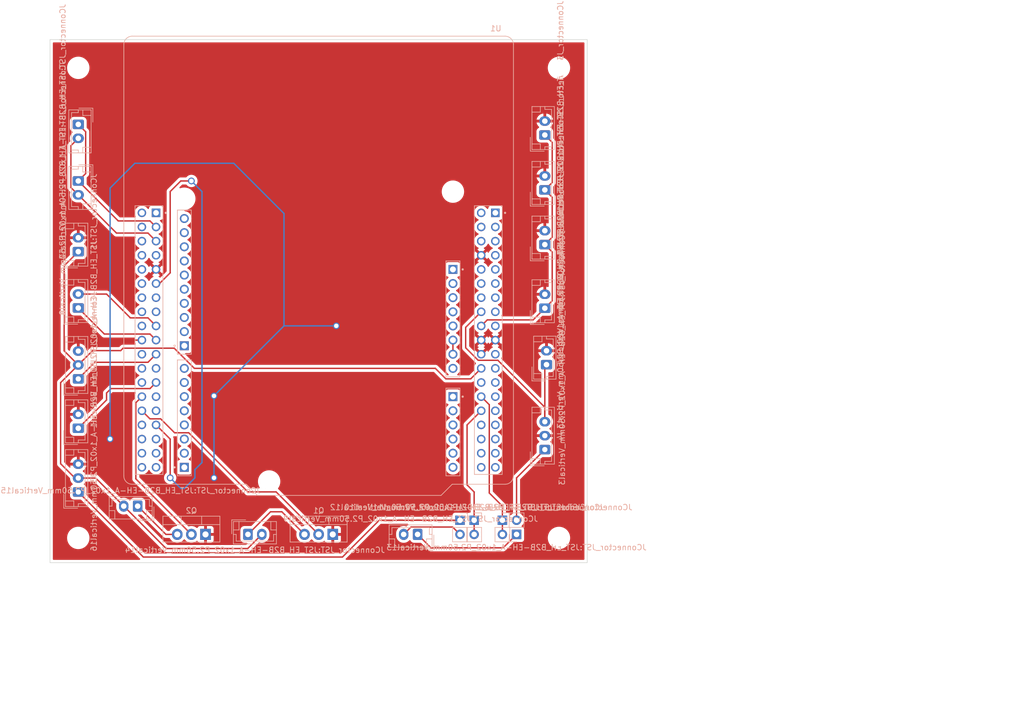
<source format=kicad_pcb>
(kicad_pcb (version 20211014) (generator pcbnew)
  (layers (0 "F.Cu" signal) (31 "B.Cu" signal) (34 "B.Paste" user) (35 "F.Paste" user) (36 "B.SilkS" user "B.Silkscreen") (37 "F.SilkS" user "F.Silkscreen") (38 "B.Mask" user) (39 "F.Mask" user) (44 "Edge.Cuts" user))
  (net 0 "")
  (net 9 "GND")
  (net 14 "+3V3")
  (net 16 "+5V")
  (net 41 "RX_Ecran")
  (net 42 "TX_Ecran")
  (net 46 "interrupt_acc")
  (net 55 "+9V")
  (net 79 "PWM_Carré_de_fouille")
  (net 80 "Replique")
  (net 81 "Ohmmetre")
  (net 83 "Net-(U1-PadCN10_11)")
  (net 84 "SCL")
  (net 85 "SDA")
  (net 86 "TX_Bras")
  (net 87 "RX_Bras")
  (net 88 "Replique{slash}Bras_RX")
  (net 89 "TX_Bras{slash}Ohmmetre")
  (net 91 "Net-(JConnector_JST:JST_EH_B2B-EH-A_1x02_P2.50mm_Vertical14-Pad1)")
  (net 92 "Net-(JConnector_JST:JST_EH_B2B-EH-A_1x02_P2.50mm_Vertical15-Pad1)")
  (net 93 "Pompe")
  (net 94 "Electrovanne")
  (net 98 "Net-(U1-PadCN6_6)")
  (footprint "" (layer "F.Cu") (at 78.74 142.875)
    (fp_text reference "" (at 0 0) (layer "F.SilkS") (effects (font (size 1.27 1.27))))
    (fp_text value "" (at 0 0) (layer "F.SilkS") (effects (font (size 1.27 1.27))))
    (pad "" np_thru_hole circle locked (at 0 0) (size 3 3) (drill 3) (layers *.Cu *.Mask))
  )
  (footprint "" (layer "F.Cu") (at 165.1 142.875)
    (fp_text reference "" (at 0 0) (layer "F.SilkS") (effects (font (size 1.27 1.27))))
    (fp_text value "" (at 0 0) (layer "F.SilkS") (effects (font (size 1.27 1.27))))
    (pad "" np_thru_hole circle locked (at 0 0) (size 3 3) (drill 3) (layers *.Cu *.Mask))
  )
  (footprint "" (layer "F.Cu") (at 78.74 58.42)
    (fp_text reference "" (at 0 0) (layer "F.SilkS") (effects (font (size 1.27 1.27))))
    (fp_text value "" (at 0 0) (layer "F.SilkS") (effects (font (size 1.27 1.27))))
    (pad "" np_thru_hole circle locked (at 0 0) (size 3 3) (drill 3) (layers *.Cu *.Mask))
  )
  (footprint "" (layer "F.Cu") (at 165.1 58.42)
    (fp_text reference "" (at 0 0) (layer "F.SilkS") (effects (font (size 1.27 1.27))))
    (fp_text value "" (at 0 0) (layer "F.SilkS") (effects (font (size 1.27 1.27))))
    (pad "" np_thru_hole circle locked (at 0 0) (size 3 3) (drill 3) (layers *.Cu *.Mask))
  )
  (footprint "Connector_JST:JST_EH_B2B-EH-A_1x02_P2.50mm_Vertical" (layer "B.Cu") (at 78.74 101.56 90)
    (fp_text reference "JConnector_JST:JST_EH_B2B-EH-A_1x02_P2.50mm_Vertical1" (at 1.25 2.8 90) (layer "B.SilkS") (effects (justify mirror)))
    (fp_text value "Conn_01x02_Male")
    (pad "1" thru_hole roundrect (at 0 0 90) (size 1.7 2) (drill 1) (layers *.Cu *.Mask) (roundrect_rratio 0.1470588235) (net 41 "RX_Ecran"))
    (pad "2" thru_hole oval (at 2.5 0 90) (size 1.7 2) (drill 1) (layers *.Cu *.Mask) (net 42 "TX_Ecran"))
  )
  (footprint "Connector_JST:JST_EH_B2B-EH-A_1x02_P2.50mm_Vertical" (layer "B.Cu") (at 78.74 123.17 90)
    (fp_text reference "JConnector_JST:JST_EH_B2B-EH-A_1x02_P2.50mm_Vertical16" (at 1.25 2.8 90) (layer "B.SilkS") (effects (justify mirror)))
    (fp_text value "Conn_01x02_Male")
    (pad "1" thru_hole roundrect (at 0 0 90) (size 1.7 2) (drill 1) (layers *.Cu *.Mask) (roundrect_rratio 0.1470588235) (net 46 "interrupt_acc"))
    (pad "2" thru_hole oval (at 2.5 0 90) (size 1.7 2) (drill 1) (layers *.Cu *.Mask) (net 9 "GND"))
  )
  (footprint "Connector_JST:JST_EH_B2B-EH-A_1x02_P2.50mm_Vertical" (layer "B.Cu") (at 78.74 68.58 -90)
    (fp_text reference "JConnector_JST:JST_EH_B2B-EH-A_1x02_P2.50mm_Vertical7" (at 1.25 2.8 90) (layer "B.SilkS") (effects (justify mirror)))
    (fp_text value "Conn_01x02_Male")
    (pad "1" thru_hole roundrect (at 0 0 270) (size 1.7 2) (drill 1) (layers *.Cu *.Mask) (roundrect_rratio 0.1470588235) (net 84 "SCL"))
    (pad "2" thru_hole oval (at 2.5 0 270) (size 1.7 2) (drill 1) (layers *.Cu *.Mask) (net 85 "SDA"))
  )
  (footprint "Package_TO_SOT_THT:TO-220-3_Vertical" (layer "B.Cu") (at 101.6 142.24 180)
    (fp_text reference "Q2" (at 2.54 4.27) (layer "B.SilkS") (effects (justify mirror)))
    (fp_text value "2N7000")
    (pad "1" thru_hole rect (at 0 0 180) (size 1.905 2) (drill 1.1) (layers *.Cu *.Mask) (net 9 "GND"))
    (pad "2" thru_hole oval (at 2.54 0 180) (size 1.905 2) (drill 1.1) (layers *.Cu *.Mask) (net 94 "Electrovanne"))
    (pad "3" thru_hole oval (at 5.08 0 180) (size 1.905 2) (drill 1.1) (layers *.Cu *.Mask) (net 92 "Net-(JConnector_JST:JST_EH_B2B-EH-A_1x02_P2.50mm_Vertical15-Pad1)"))
  )
  (footprint "Connector_JST:JST_EH_B2B-EH-A_1x02_P2.50mm_Vertical" (layer "B.Cu") (at 162.56 90.17 90)
    (fp_text reference "JConnector_JST:JST_EH_B2B-EH-A_1x02_P2.50mm_Vertical4" (at 1.25 2.8 90) (layer "B.SilkS") (effects (justify mirror)))
    (fp_text value "Conn_01x02_Male")
    (pad "1" thru_hole roundrect (at 0 0 90) (size 1.7 2) (drill 1) (layers *.Cu *.Mask) (roundrect_rratio 0.1470588235) (net 16 "+5V"))
    (pad "2" thru_hole oval (at 2.5 0 90) (size 1.7 2) (drill 1) (layers *.Cu *.Mask) (net 9 "GND"))
  )
  (footprint "Connector_JST:JST_EH_B3B-EH-A_1x03_P2.50mm_Vertical" (layer "B.Cu") (at 162.56 127 90)
    (fp_text reference "J4" (at 2.5 2.8 90) (layer "B.SilkS") (effects (justify mirror)))
    (fp_text value "Conn_01x03_Male")
    (pad "1" thru_hole roundrect (at 0 0 90) (size 1.7 1.95) (drill 0.95) (layers *.Cu *.Mask) (roundrect_rratio 0.1470588235) (net 81 "Ohmmetre"))
    (pad "2" thru_hole oval (at 2.5 0 90) (size 1.7 1.95) (drill 0.95) (layers *.Cu *.Mask) (net 9 "GND"))
    (pad "3" thru_hole oval (at 5 0 90) (size 1.7 1.95) (drill 0.95) (layers *.Cu *.Mask) (net 14 "+3V3"))
  )
  (footprint "Connector_PinHeader_2.54mm:PinHeader_1x02_P2.54mm_Vertical" (layer "B.Cu") (at 149.86 139.7 180)
    (fp_text reference "JConnector_JST:JST_EH_B2B-EH-A_1x02_P2.50mm_Vertical10" (at 0 2.33) (layer "B.SilkS") (effects (justify mirror)))
    (fp_text value "Conn_01x02_Male")
    (pad "1" thru_hole rect (at 0 0 180) (size 1.7 1.7) (drill 1) (layers *.Cu *.Mask) (net 88 "Replique{slash}Bras_RX"))
    (pad "2" thru_hole oval (at 0 -2.54 180) (size 1.7 1.7) (drill 1) (layers *.Cu *.Mask) (net 88 "Replique{slash}Bras_RX"))
  )
  (footprint "Connector_JST:JST_EH_B3B-EH-A_1x03_P2.50mm_Vertical" (layer "B.Cu") (at 78.74 114.3 90)
    (fp_text reference "J2" (at 2.5 2.8 90) (layer "B.SilkS") (effects (justify mirror)))
    (fp_text value "Conn_01x03_Male")
    (pad "1" thru_hole roundrect (at 0 0 90) (size 1.7 1.95) (drill 0.95) (layers *.Cu *.Mask) (roundrect_rratio 0.1470588235) (net 79 "PWM_Carré_de_fouille"))
    (pad "2" thru_hole oval (at 2.5 0 90) (size 1.7 1.95) (drill 0.95) (layers *.Cu *.Mask) (net 55 "+9V"))
    (pad "3" thru_hole oval (at 5 0 90) (size 1.7 1.95) (drill 0.95) (layers *.Cu *.Mask) (net 9 "GND"))
  )
  (footprint "F466RE:MODULE_NUCLEO-F446RE" (layer "B.Cu") (at 121.92 93.98 180)
    (fp_text reference "U1" (at -31.825 42.635) (layer "B.SilkS") (effects (justify mirror)))
    (fp_text value "NUCLEO-F446RE")
    (pad "" np_thru_hole circle locked (at -24.13 13.32 180) (size 3 3) (drill 3) (layers *.Cu *.Mask))
    (pad "" np_thru_hole circle locked (at 8.89 -38.75 180) (size 3 3) (drill 3) (layers *.Cu *.Mask))
    (pad "" np_thru_hole circle locked (at 24.13 12.05 180) (size 3 3) (drill 3) (layers *.Cu *.Mask))
    (pad "CN5_1" thru_hole rect locked (at 24.13 -14.37 180) (size 1.605 1.605) (drill 1.07) (layers *.Cu *.Mask))
    (pad "CN5_2" thru_hole circle locked (at 24.13 -11.83 180) (size 1.605 1.605) (drill 1.07) (layers *.Cu *.Mask))
    (pad "CN5_3" thru_hole circle locked (at 24.13 -9.29 180) (size 1.605 1.605) (drill 1.07) (layers *.Cu *.Mask))
    (pad "CN5_4" thru_hole circle locked (at 24.13 -6.75 180) (size 1.605 1.605) (drill 1.07) (layers *.Cu *.Mask))
    (pad "CN5_5" thru_hole circle locked (at 24.13 -4.21 180) (size 1.605 1.605) (drill 1.07) (layers *.Cu *.Mask))
    (pad "CN5_6" thru_hole circle locked (at 24.13 -1.67 180) (size 1.605 1.605) (drill 1.07) (layers *.Cu *.Mask))
    (pad "CN5_7" thru_hole circle locked (at 24.13 0.87 180) (size 1.605 1.605) (drill 1.07) (layers *.Cu *.Mask))
    (pad "CN5_8" thru_hole circle locked (at 24.13 3.41 180) (size 1.605 1.605) (drill 1.07) (layers *.Cu *.Mask))
    (pad "CN5_9" thru_hole circle locked (at 24.13 5.95 180) (size 1.605 1.605) (drill 1.07) (layers *.Cu *.Mask))
    (pad "CN5_10" thru_hole circle locked (at 24.13 8.49 180) (size 1.605 1.605) (drill 1.07) (layers *.Cu *.Mask))
    (pad "CN6_1" thru_hole rect locked (at -24.13 -0.65 180) (size 1.605 1.605) (drill 1.07) (layers *.Cu *.Mask))
    (pad "CN6_2" thru_hole circle locked (at -24.13 -3.19 180) (size 1.605 1.605) (drill 1.07) (layers *.Cu *.Mask))
    (pad "CN6_3" thru_hole circle locked (at -24.13 -5.73 180) (size 1.605 1.605) (drill 1.07) (layers *.Cu *.Mask))
    (pad "CN6_4" thru_hole circle locked (at -24.13 -8.27 180) (size 1.605 1.605) (drill 1.07) (layers *.Cu *.Mask))
    (pad "CN6_5" thru_hole circle locked (at -24.13 -10.81 180) (size 1.605 1.605) (drill 1.07) (layers *.Cu *.Mask))
    (pad "CN6_6" thru_hole circle locked (at -24.13 -13.35 180) (size 1.605 1.605) (drill 1.07) (layers *.Cu *.Mask) (net 98 "Net-(U1-PadCN6_6)"))
    (pad "CN6_7" thru_hole circle locked (at -24.13 -15.89 180) (size 1.605 1.605) (drill 1.07) (layers *.Cu *.Mask) (net 98 "Net-(U1-PadCN6_6)"))
    (pad "CN6_8" thru_hole circle locked (at -24.13 -18.43 180) (size 1.605 1.605) (drill 1.07) (layers *.Cu *.Mask))
    (pad "CN7_1" thru_hole rect locked (at -31.75 9.51 180) (size 1.53 1.53) (drill 1.02) (layers *.Cu *.Mask))
    (pad "CN7_2" thru_hole circle locked (at -29.21 9.51 180) (size 1.53 1.53) (drill 1.02) (layers *.Cu *.Mask))
    (pad "CN7_3" thru_hole circle locked (at -31.75 6.97 180) (size 1.53 1.53) (drill 1.02) (layers *.Cu *.Mask))
    (pad "CN7_4" thru_hole circle locked (at -29.21 6.97 180) (size 1.53 1.53) (drill 1.02) (layers *.Cu *.Mask))
    (pad "CN7_5" thru_hole circle locked (at -31.75 4.43 180) (size 1.53 1.53) (drill 1.02) (layers *.Cu *.Mask))
    (pad "CN7_6" thru_hole circle locked (at -29.21 4.43 180) (size 1.53 1.53) (drill 1.02) (layers *.Cu *.Mask))
    (pad "CN7_7" thru_hole circle locked (at -31.75 1.89 180) (size 1.53 1.53) (drill 1.02) (layers *.Cu *.Mask))
    (pad "CN7_8" thru_hole circle locked (at -29.21 1.89 180) (size 1.53 1.53) (drill 1.02) (layers *.Cu *.Mask) (net 9 "GND"))
    (pad "CN7_9" thru_hole circle locked (at -31.75 -0.65 180) (size 1.53 1.53) (drill 1.02) (layers *.Cu *.Mask))
    (pad "CN7_10" thru_hole circle locked (at -29.21 -0.65 180) (size 1.53 1.53) (drill 1.02) (layers *.Cu *.Mask))
    (pad "CN7_11" thru_hole circle locked (at -31.75 -3.19 180) (size 1.53 1.53) (drill 1.02) (layers *.Cu *.Mask))
    (pad "CN7_12" thru_hole circle locked (at -29.21 -3.19 180) (size 1.53 1.53) (drill 1.02) (layers *.Cu *.Mask))
    (pad "CN7_13" thru_hole circle locked (at -31.75 -5.73 180) (size 1.53 1.53) (drill 1.02) (layers *.Cu *.Mask))
    (pad "CN7_14" thru_hole circle locked (at -29.21 -5.73 180) (size 1.53 1.53) (drill 1.02) (layers *.Cu *.Mask))
    (pad "CN7_15" thru_hole circle locked (at -31.75 -8.27 180) (size 1.53 1.53) (drill 1.02) (layers *.Cu *.Mask))
    (pad "CN7_16" thru_hole circle locked (at -29.21 -8.27 180) (size 1.53 1.53) (drill 1.02) (layers *.Cu *.Mask) (net 14 "+3V3"))
    (pad "CN7_17" thru_hole circle locked (at -31.75 -10.81 180) (size 1.53 1.53) (drill 1.02) (layers *.Cu *.Mask))
    (pad "CN7_18" thru_hole circle locked (at -29.21 -10.81 180) (size 1.53 1.53) (drill 1.02) (layers *.Cu *.Mask) (net 16 "+5V"))
    (pad "CN7_19" thru_hole circle locked (at -31.75 -13.35 180) (size 1.53 1.53) (drill 1.02) (layers *.Cu *.Mask) (net 9 "GND"))
    (pad "CN7_20" thru_hole circle locked (at -29.21 -13.35 180) (size 1.53 1.53) (drill 1.02) (layers *.Cu *.Mask) (net 9 "GND"))
    (pad "CN7_21" thru_hole circle locked (at -31.75 -15.89 180) (size 1.53 1.53) (drill 1.02) (layers *.Cu *.Mask))
    (pad "CN7_22" thru_hole circle locked (at -29.21 -15.89 180) (size 1.53 1.53) (drill 1.02) (layers *.Cu *.Mask) (net 9 "GND"))
    (pad "CN7_23" thru_hole circle locked (at -31.75 -18.43 180) (size 1.53 1.53) (drill 1.02) (layers *.Cu *.Mask))
    (pad "CN7_24" thru_hole circle locked (at -29.21 -18.43 180) (size 1.53 1.53) (drill 1.02) (layers *.Cu *.Mask) (net 55 "+9V"))
    (pad "CN7_25" thru_hole circle locked (at -31.75 -20.97 180) (size 1.53 1.53) (drill 1.02) (layers *.Cu *.Mask))
    (pad "CN7_26" thru_hole circle locked (at -29.21 -20.97 180) (size 1.53 1.53) (drill 1.02) (layers *.Cu *.Mask))
    (pad "CN7_27" thru_hole circle locked (at -31.75 -23.51 180) (size 1.53 1.53) (drill 1.02) (layers *.Cu *.Mask))
    (pad "CN7_28" thru_hole circle locked (at -29.21 -23.51 180) (size 1.53 1.53) (drill 1.02) (layers *.Cu *.Mask) (net 89 "TX_Bras{slash}Ohmmetre"))
    (pad "CN7_29" thru_hole circle locked (at -31.75 -26.05 180) (size 1.53 1.53) (drill 1.02) (layers *.Cu *.Mask))
    (pad "CN7_30" thru_hole circle locked (at -29.21 -26.05 180) (size 1.53 1.53) (drill 1.02) (layers *.Cu *.Mask) (net 88 "Replique{slash}Bras_RX"))
    (pad "CN7_31" thru_hole circle locked (at -31.75 -28.59 180) (size 1.53 1.53) (drill 1.02) (layers *.Cu *.Mask))
    (pad "CN7_32" thru_hole circle locked (at -29.21 -28.59 180) (size 1.53 1.53) (drill 1.02) (layers *.Cu *.Mask))
    (pad "CN7_33" thru_hole circle locked (at -31.75 -31.13 180) (size 1.53 1.53) (drill 1.02) (layers *.Cu *.Mask))
    (pad "CN7_34" thru_hole circle locked (at -29.21 -31.13 180) (size 1.53 1.53) (drill 1.02) (layers *.Cu *.Mask))
    (pad "CN7_35" thru_hole circle locked (at -31.75 -33.67 180) (size 1.53 1.53) (drill 1.02) (layers *.Cu *.Mask))
    (pad "CN7_36" thru_hole circle locked (at -29.21 -33.67 180) (size 1.53 1.53) (drill 1.02) (layers *.Cu *.Mask))
    (pad "CN7_37" thru_hole circle locked (at -31.75 -36.21 180) (size 1.53 1.53) (drill 1.02) (layers *.Cu *.Mask))
    (pad "CN7_38" thru_hole circle locked (at -29.21 -36.21 180) (size 1.53 1.53) (drill 1.02) (layers *.Cu *.Mask))
    (pad "CN8_1" thru_hole rect locked (at -24.13 -23.51 180) (size 1.605 1.605) (drill 1.07) (layers *.Cu *.Mask))
    (pad "CN8_2" thru_hole circle locked (at -24.13 -26.05 180) (size 1.605 1.605) (drill 1.07) (layers *.Cu *.Mask))
    (pad "CN8_3" thru_hole circle locked (at -24.13 -28.59 180) (size 1.605 1.605) (drill 1.07) (layers *.Cu *.Mask))
    (pad "CN8_4" thru_hole circle locked (at -24.13 -31.13 180) (size 1.605 1.605) (drill 1.07) (layers *.Cu *.Mask))
    (pad "CN8_5" thru_hole circle locked (at -24.13 -33.67 180) (size 1.605 1.605) (drill 1.07) (layers *.Cu *.Mask))
    (pad "CN8_6" thru_hole circle locked (at -24.13 -36.21 180) (size 1.605 1.605) (drill 1.07) (layers *.Cu *.Mask))
    (pad "CN9_1" thru_hole rect locked (at 24.13 -36.21 180) (size 1.605 1.605) (drill 1.07) (layers *.Cu *.Mask))
    (pad "CN9_2" thru_hole circle locked (at 24.13 -33.67 180) (size 1.605 1.605) (drill 1.07) (layers *.Cu *.Mask))
    (pad "CN9_3" thru_hole circle locked (at 24.13 -31.13 180) (size 1.605 1.605) (drill 1.07) (layers *.Cu *.Mask))
    (pad "CN9_4" thru_hole circle locked (at 24.13 -28.59 180) (size 1.605 1.605) (drill 1.07) (layers *.Cu *.Mask))
    (pad "CN9_5" thru_hole circle locked (at 24.13 -26.05 180) (size 1.605 1.605) (drill 1.07) (layers *.Cu *.Mask))
    (pad "CN9_6" thru_hole circle locked (at 24.13 -23.51 180) (size 1.605 1.605) (drill 1.07) (layers *.Cu *.Mask))
    (pad "CN9_7" thru_hole circle locked (at 24.13 -20.97 180) (size 1.605 1.605) (drill 1.07) (layers *.Cu *.Mask))
    (pad "CN9_8" thru_hole circle locked (at 24.13 -18.43 180) (size 1.605 1.605) (drill 1.07) (layers *.Cu *.Mask))
    (pad "CN10_1" thru_hole rect locked (at 29.21 9.51 180) (size 1.53 1.53) (drill 1.02) (layers *.Cu *.Mask))
    (pad "CN10_2" thru_hole circle locked (at 31.75 9.51 180) (size 1.53 1.53) (drill 1.02) (layers *.Cu *.Mask))
    (pad "CN10_3" thru_hole circle locked (at 29.21 6.97 180) (size 1.53 1.53) (drill 1.02) (layers *.Cu *.Mask) (net 84 "SCL"))
    (pad "CN10_4" thru_hole circle locked (at 31.75 6.97 180) (size 1.53 1.53) (drill 1.02) (layers *.Cu *.Mask))
    (pad "CN10_5" thru_hole circle locked (at 29.21 4.43 180) (size 1.53 1.53) (drill 1.02) (layers *.Cu *.Mask) (net 85 "SDA"))
    (pad "CN10_6" thru_hole circle locked (at 31.75 4.43 180) (size 1.53 1.53) (drill 1.02) (layers *.Cu *.Mask))
    (pad "CN10_7" thru_hole circle locked (at 29.21 1.89 180) (size 1.53 1.53) (drill 1.02) (layers *.Cu *.Mask))
    (pad "CN10_8" thru_hole circle locked (at 31.75 1.89 180) (size 1.53 1.53) (drill 1.02) (layers *.Cu *.Mask))
    (pad "CN10_9" thru_hole circle locked (at 29.21 -0.65 180) (size 1.53 1.53) (drill 1.02) (layers *.Cu *.Mask) (net 9 "GND"))
    (pad "CN10_10" thru_hole circle locked (at 31.75 -0.65 180) (size 1.53 1.53) (drill 1.02) (layers *.Cu *.Mask))
    (pad "CN10_11" thru_hole circle locked (at 29.21 -3.19 180) (size 1.53 1.53) (drill 1.02) (layers *.Cu *.Mask) (net 83 "Net-(U1-PadCN10_11)"))
    (pad "CN10_12" thru_hole circle locked (at 31.75 -3.19 180) (size 1.53 1.53) (drill 1.02) (layers *.Cu *.Mask))
    (pad "CN10_13" thru_hole circle locked (at 29.21 -5.73 180) (size 1.53 1.53) (drill 1.02) (layers *.Cu *.Mask))
    (pad "CN10_14" thru_hole circle locked (at 31.75 -5.73 180) (size 1.53 1.53) (drill 1.02) (layers *.Cu *.Mask))
    (pad "CN10_15" thru_hole circle locked (at 29.21 -8.27 180) (size 1.53 1.53) (drill 1.02) (layers *.Cu *.Mask))
    (pad "CN10_16" thru_hole circle locked (at 31.75 -8.27 180) (size 1.53 1.53) (drill 1.02) (layers *.Cu *.Mask))
    (pad "CN10_17" thru_hole circle locked (at 29.21 -10.81 180) (size 1.53 1.53) (drill 1.02) (layers *.Cu *.Mask) (net 42 "TX_Ecran"))
    (pad "CN10_18" thru_hole circle locked (at 31.75 -10.81 180) (size 1.53 1.53) (drill 1.02) (layers *.Cu *.Mask))
    (pad "CN10_19" thru_hole circle locked (at 29.21 -13.35 180) (size 1.53 1.53) (drill 1.02) (layers *.Cu *.Mask) (net 41 "RX_Ecran"))
    (pad "CN10_20" thru_hole circle locked (at 31.75 -13.35 180) (size 1.53 1.53) (drill 1.02) (layers *.Cu *.Mask) (net 9 "GND"))
    (pad "CN10_21" thru_hole circle locked (at 29.21 -15.89 180) (size 1.53 1.53) (drill 1.02) (layers *.Cu *.Mask) (net 79 "PWM_Carré_de_fouille"))
    (pad "CN10_22" thru_hole circle locked (at 31.75 -15.89 180) (size 1.53 1.53) (drill 1.02) (layers *.Cu *.Mask))
    (pad "CN10_23" thru_hole circle locked (at 29.21 -18.43 180) (size 1.53 1.53) (drill 1.02) (layers *.Cu *.Mask))
    (pad "CN10_24" thru_hole circle locked (at 31.75 -18.43 180) (size 1.53 1.53) (drill 1.02) (layers *.Cu *.Mask))
    (pad "CN10_25" thru_hole circle locked (at 29.21 -20.97 180) (size 1.53 1.53) (drill 1.02) (layers *.Cu *.Mask) (net 46 "interrupt_acc"))
    (pad "CN10_26" thru_hole circle locked (at 31.75 -20.97 180) (size 1.53 1.53) (drill 1.02) (layers *.Cu *.Mask))
    (pad "CN10_27" thru_hole circle locked (at 29.21 -23.51 180) (size 1.53 1.53) (drill 1.02) (layers *.Cu *.Mask))
    (pad "CN10_28" thru_hole circle locked (at 31.75 -23.51 180) (size 1.53 1.53) (drill 1.02) (layers *.Cu *.Mask) (net 94 "Electrovanne"))
    (pad "CN10_29" thru_hole circle locked (at 29.21 -26.05 180) (size 1.53 1.53) (drill 1.02) (layers *.Cu *.Mask))
    (pad "CN10_30" thru_hole circle locked (at 31.75 -26.05 180) (size 1.53 1.53) (drill 1.02) (layers *.Cu *.Mask) (net 93 "Pompe"))
    (pad "CN10_31" thru_hole circle locked (at 29.21 -28.59 180) (size 1.53 1.53) (drill 1.02) (layers *.Cu *.Mask) (net 83 "Net-(U1-PadCN10_11)"))
    (pad "CN10_32" thru_hole circle locked (at 31.75 -28.59 180) (size 1.53 1.53) (drill 1.02) (layers *.Cu *.Mask))
    (pad "CN10_33" thru_hole circle locked (at 29.21 -31.13 180) (size 1.53 1.53) (drill 1.02) (layers *.Cu *.Mask))
    (pad "CN10_34" thru_hole circle locked (at 31.75 -31.13 180) (size 1.53 1.53) (drill 1.02) (layers *.Cu *.Mask))
    (pad "CN10_35" thru_hole circle locked (at 29.21 -33.67 180) (size 1.53 1.53) (drill 1.02) (layers *.Cu *.Mask))
    (pad "CN10_36" thru_hole circle locked (at 31.75 -33.67 180) (size 1.53 1.53) (drill 1.02) (layers *.Cu *.Mask))
    (pad "CN10_37" thru_hole circle locked (at 29.21 -36.21 180) (size 1.53 1.53) (drill 1.02) (layers *.Cu *.Mask))
    (pad "CN10_38" thru_hole circle locked (at 31.75 -36.21 180) (size 1.53 1.53) (drill 1.02) (layers *.Cu *.Mask))
  )
  (footprint "Connector_JST:JST_EH_B2B-EH-A_1x02_P2.50mm_Vertical" (layer "B.Cu") (at 162.56 101.6 90)
    (fp_text reference "JConnector_JST:JST_EH_B2B-EH-A_1x02_P2.50mm_Vertical3" (at 1.25 2.8 90) (layer "B.SilkS") (effects (justify mirror)))
    (fp_text value "Conn_01x02_Male")
    (pad "1" thru_hole roundrect (at 0 0 90) (size 1.7 2) (drill 1) (layers *.Cu *.Mask) (roundrect_rratio 0.1470588235) (net 16 "+5V"))
    (pad "2" thru_hole oval (at 2.5 0 90) (size 1.7 2) (drill 1) (layers *.Cu *.Mask) (net 9 "GND"))
  )
  (footprint "Connector_JST:JST_EH_B2B-EH-A_1x02_P2.50mm_Vertical" (layer "B.Cu") (at 162.56 80.345 90)
    (fp_text reference "JConnector_JST:JST_EH_B2B-EH-A_1x02_P2.50mm_Vertical6" (at 1.25 2.8 90) (layer "B.SilkS") (effects (justify mirror)))
    (fp_text value "Conn_01x02_Male")
    (pad "1" thru_hole roundrect (at 0 0 90) (size 1.7 2) (drill 1) (layers *.Cu *.Mask) (roundrect_rratio 0.1470588235) (net 16 "+5V"))
    (pad "2" thru_hole oval (at 2.5 0 90) (size 1.7 2) (drill 1) (layers *.Cu *.Mask) (net 9 "GND"))
  )
  (footprint "Connector_JST:JST_EH_B2B-EH-A_1x02_P2.50mm_Vertical" (layer "B.Cu") (at 162.86 111.74 90)
    (fp_text reference "JConnector_JST:JST_EH_B2B-EH-A_1x02_P2.50mm_Vertical3" (at 1.25 2.8 90) (layer "B.SilkS") (effects (justify mirror)))
    (fp_text value "Conn_01x02_Male")
    (pad "1" thru_hole roundrect (at 0 0 90) (size 1.7 2) (drill 1) (layers *.Cu *.Mask) (roundrect_rratio 0.1470588235) (net 14 "+3V3"))
    (pad "2" thru_hole oval (at 2.5 0 90) (size 1.7 2) (drill 1) (layers *.Cu *.Mask) (net 9 "GND"))
  )
  (footprint "Connector_JST:JST_EH_B2B-EH-A_1x02_P2.50mm_Vertical" (layer "B.Cu") (at 139.7 142.24 180)
    (fp_text reference "JConnector_JST:JST_EH_B2B-EH-A_1x02_P2.50mm_Vertical9" (at 1.25 2.8) (layer "B.SilkS") (effects (justify mirror)))
    (fp_text value "Conn_01x02_Male")
    (pad "1" thru_hole roundrect (at 0 0 180) (size 1.7 2) (drill 1) (layers *.Cu *.Mask) (roundrect_rratio 0.1470588235) (net 86 "TX_Bras"))
    (pad "2" thru_hole oval (at 2.5 0 180) (size 1.7 2) (drill 1) (layers *.Cu *.Mask) (net 87 "RX_Bras"))
  )
  (footprint "Connector_PinHeader_2.54mm:PinHeader_1x02_P2.54mm_Vertical" (layer "B.Cu") (at 154.94 139.7 180)
    (fp_text reference "JConnector_JST:JST_EH_B2B-EH-A_1x02_P2.50mm_Vertical11" (at 0 2.33) (layer "B.SilkS") (effects (justify mirror)))
    (fp_text value "Conn_01x02_Male")
    (pad "1" thru_hole rect (at 0 0 180) (size 1.7 1.7) (drill 1) (layers *.Cu *.Mask) (net 89 "TX_Bras{slash}Ohmmetre"))
    (pad "2" thru_hole oval (at 0 -2.54 180) (size 1.7 1.7) (drill 1) (layers *.Cu *.Mask) (net 89 "TX_Bras{slash}Ohmmetre"))
  )
  (footprint "Connector_JST:JST_EH_B2B-EH-A_1x02_P2.50mm_Vertical" (layer "B.Cu") (at 89.408 137.16 180)
    (fp_text reference "JConnector_JST:JST_EH_B2B-EH-A_1x02_P2.50mm_Vertical15" (at 1.25 2.8) (layer "B.SilkS") (effects (justify mirror)))
    (fp_text value "Conn_01x02_Male")
    (pad "1" thru_hole roundrect (at 0 0 180) (size 1.7 2) (drill 1) (layers *.Cu *.Mask) (roundrect_rratio 0.1470588235) (net 92 "Net-(JConnector_JST:JST_EH_B2B-EH-A_1x02_P2.50mm_Vertical15-Pad1)"))
    (pad "2" thru_hole oval (at 2.5 0 180) (size 1.7 2) (drill 1) (layers *.Cu *.Mask) (net 55 "+9V"))
  )
  (footprint "Connector_PinHeader_2.54mm:PinHeader_1x02_P2.54mm_Vertical" (layer "B.Cu") (at 157.48 142.24)
    (fp_text reference "JConnector_JST:JST_EH_B2B-EH-A_1x02_P2.50mm_Vertical13" (at 0 2.33) (layer "B.SilkS") (effects (justify mirror)))
    (fp_text value "Conn_01x02_Male")
    (pad "1" thru_hole rect (at 0 0) (size 1.7 1.7) (drill 1) (layers *.Cu *.Mask) (net 86 "TX_Bras"))
    (pad "2" thru_hole oval (at 0 -2.54) (size 1.7 1.7) (drill 1) (layers *.Cu *.Mask) (net 81 "Ohmmetre"))
  )
  (footprint "Connector_JST:JST_EH_B2B-EH-A_1x02_P2.50mm_Vertical" (layer "B.Cu") (at 162.56 70.485 90)
    (fp_text reference "JConnector_JST:JST_EH_B2B-EH-A_1x02_P2.50mm_Vertical5" (at 1.25 2.8 90) (layer "B.SilkS") (effects (justify mirror)))
    (fp_text value "Conn_01x02_Male")
    (pad "1" thru_hole roundrect (at 0 0 90) (size 1.7 2) (drill 1) (layers *.Cu *.Mask) (roundrect_rratio 0.1470588235) (net 16 "+5V"))
    (pad "2" thru_hole oval (at 2.5 0 90) (size 1.7 2) (drill 1) (layers *.Cu *.Mask) (net 9 "GND"))
  )
  (footprint "Connector_PinHeader_2.54mm:PinHeader_1x02_P2.54mm_Vertical" (layer "B.Cu") (at 147.32 139.7 180)
    (fp_text reference "JConnector_JST:JST_EH_B2B-EH-A_1x02_P2.50mm_Vertical12" (at 0 2.33) (layer "B.SilkS") (effects (justify mirror)))
    (fp_text value "Conn_01x02_Male")
    (pad "1" thru_hole rect (at 0 0 180) (size 1.7 1.7) (drill 1) (layers *.Cu *.Mask) (net 80 "Replique"))
    (pad "2" thru_hole oval (at 0 -2.54 180) (size 1.7 1.7) (drill 1) (layers *.Cu *.Mask) (net 87 "RX_Bras"))
  )
  (footprint "Package_TO_SOT_THT:TO-220-3_Vertical" (layer "B.Cu") (at 124.46 142.24 180)
    (fp_text reference "Q1" (at 2.54 4.27) (layer "B.SilkS") (effects (justify mirror)))
    (fp_text value "2N7000")
    (pad "1" thru_hole rect (at 0 0 180) (size 1.905 2) (drill 1.1) (layers *.Cu *.Mask) (net 9 "GND"))
    (pad "2" thru_hole oval (at 2.54 0 180) (size 1.905 2) (drill 1.1) (layers *.Cu *.Mask) (net 93 "Pompe"))
    (pad "3" thru_hole oval (at 5.08 0 180) (size 1.905 2) (drill 1.1) (layers *.Cu *.Mask) (net 91 "Net-(JConnector_JST:JST_EH_B2B-EH-A_1x02_P2.50mm_Vertical14-Pad1)"))
  )
  (footprint "Connector_JST:JST_EH_B2B-EH-A_1x02_P2.50mm_Vertical" (layer "B.Cu") (at 78.74 78.74 -90)
    (fp_text reference "JConnector_JST:JST_EH_B2B-EH-A_1x02_P2.50mm_Vertical8" (at 1.25 2.8 90) (layer "B.SilkS") (effects (justify mirror)))
    (fp_text value "Conn_01x02_Male")
    (pad "1" thru_hole roundrect (at 0 0 270) (size 1.7 2) (drill 1) (layers *.Cu *.Mask) (roundrect_rratio 0.1470588235) (net 84 "SCL"))
    (pad "2" thru_hole oval (at 2.5 0 270) (size 1.7 2) (drill 1) (layers *.Cu *.Mask) (net 85 "SDA"))
  )
  (footprint "Connector_JST:JST_EH_B3B-EH-A_1x03_P2.50mm_Vertical" (layer "B.Cu") (at 78.74 134.62 90)
    (fp_text reference "J3" (at 2.5 2.8 90) (layer "B.SilkS") (effects (justify mirror)))
    (fp_text value "Conn_01x03_Male")
    (pad "1" thru_hole roundrect (at 0 0 90) (size 1.7 1.95) (drill 0.95) (layers *.Cu *.Mask) (roundrect_rratio 0.1470588235) (net 80 "Replique"))
    (pad "2" thru_hole oval (at 2.5 0 90) (size 1.7 1.95) (drill 0.95) (layers *.Cu *.Mask) (net 55 "+9V"))
    (pad "3" thru_hole oval (at 5 0 90) (size 1.7 1.95) (drill 0.95) (layers *.Cu *.Mask) (net 9 "GND"))
  )
  (footprint "Connector_JST:JST_EH_B2B-EH-A_1x02_P2.50mm_Vertical" (layer "B.Cu") (at 78.74 91.44 90)
    (fp_text reference "J1" (at 1.25 2.8 90) (layer "B.SilkS") (effects (justify mirror)))
    (fp_text value "Conn_01x02_Male")
    (pad "1" thru_hole roundrect (at 0 0 90) (size 1.7 2) (drill 1) (layers *.Cu *.Mask) (roundrect_rratio 0.1470588235) (net 55 "+9V"))
    (pad "2" thru_hole oval (at 2.5 0 90) (size 1.7 2) (drill 1) (layers *.Cu *.Mask) (net 9 "GND"))
  )
  (footprint "Connector_JST:JST_EH_B2B-EH-A_1x02_P2.50mm_Vertical" (layer "B.Cu") (at 109.22 142.24)
    (fp_text reference "JConnector_JST:JST_EH_B2B-EH-A_1x02_P2.50mm_Vertical14" (at 1.25 2.8) (layer "B.SilkS") (effects (justify mirror)))
    (fp_text value "Conn_01x02_Male")
    (pad "1" thru_hole roundrect (at 0 0) (size 1.7 2) (drill 1) (layers *.Cu *.Mask) (roundrect_rratio 0.1470588235) (net 91 "Net-(JConnector_JST:JST_EH_B2B-EH-A_1x02_P2.50mm_Vertical14-Pad1)"))
    (pad "2" thru_hole oval (at 2.5 0) (size 1.7 2) (drill 1) (layers *.Cu *.Mask) (net 55 "+9V"))
  )
  (gr_rect (start 73.66 53.34) (end 170.18 147.32) (layer "Edge.Cuts") (width 0.1) (fill none))
  (segment (start 88.6056 107.33) (end 88.5952 107.3404) (width 0.25) (layer "F.Cu") (net 9))
  (segment (start 78.74 109.26) (end 79.219511 108.780489) (width 0.25) (layer "F.Cu") (net 9))
  (segment (start 90.17 107.33) (end 88.6056 107.33) (width 0.25) (layer "F.Cu") (net 9))
  (segment (start 78.74 109.26) (end 78.615 109.26) (width 0.25) (layer "F.Cu") (net 9))
  (via (at 103.124 117.348) (size 1.2) (drill 0.8) (layers "F.Cu" "B.Cu") (net 9))
  (via (at 103.124 132.08) (size 1.2) (drill 0.8) (layers "F.Cu" "B.Cu") (net 9))
  (via (at 125.095 104.775) (size 1.2) (drill 0.8) (layers "F.Cu" "B.Cu") (net 9))
  (via (at 84.455 125.095) (size 1.2) (drill 0.8) (layers "F.Cu" "B.Cu") (net 9))
  (segment (start 84.455 125.095) (end 84.455 80.01) (width 0.25) (layer "B.Cu") (net 9))
  (segment (start 103.124 132.08) (end 103.124 117.348) (width 0.25) (layer "B.Cu") (net 9))
  (segment (start 84.455 80.01) (end 88.9 75.565) (width 0.25) (layer "B.Cu") (net 9))
  (segment (start 88.9 75.565) (end 106.68 75.565) (width 0.25) (layer "B.Cu") (net 9))
  (segment (start 106.68 75.565) (end 115.697 84.582) (width 0.25) (layer "B.Cu") (net 9))
  (segment (start 103.124 117.348) (end 115.697 104.775) (width 0.25) (layer "B.Cu") (net 9))
  (segment (start 115.697 84.582) (end 115.697 104.775) (width 0.25) (layer "B.Cu") (net 9))
  (segment (start 115.697 104.775) (end 125.095 104.775) (width 0.25) (layer "B.Cu") (net 9))
  (segment (start 150.583511 110.959511) (end 148.336 108.712) (width 0.25) (layer "F.Cu") (net 14))
  (segment (start 162.86 111.74) (end 162.56 112.04) (width 0.25) (layer "F.Cu") (net 14))
  (segment (start 162.56 122) (end 162.56 119.39822) (width 0.25) (layer "F.Cu") (net 14))
  (segment (start 148.336 108.712) (end 148.336 105.044) (width 0.25) (layer "F.Cu") (net 14))
  (segment (start 154.121291 110.959511) (end 150.583511 110.959511) (width 0.25) (layer "F.Cu") (net 14))
  (segment (start 162.56 112.04) (end 162.56 122) (width 0.25) (layer "F.Cu") (net 14))
  (segment (start 162.56 119.39822) (end 154.121291 110.959511) (width 0.25) (layer "F.Cu") (net 14))
  (segment (start 148.336 105.044) (end 151.13 102.25) (width 0.25) (layer "F.Cu") (net 14))
  (segment (start 162.56 80.345) (end 163.88452 79.02048) (width 0.25) (layer "F.Cu") (net 16))
  (segment (start 163.88452 71.80952) (end 162.56 70.485) (width 0.25) (layer "F.Cu") (net 16))
  (segment (start 163.88452 100.27548) (end 162.56 101.6) (width 0.25) (layer "F.Cu") (net 16))
  (segment (start 160.459511 103.700489) (end 162.56 101.6) (width 0.25) (layer "F.Cu") (net 16))
  (segment (start 163.88452 81.66952) (end 162.56 80.345) (width 0.25) (layer "F.Cu") (net 16))
  (segment (start 162.56 90.17) (end 163.88452 88.84548) (width 0.25) (layer "F.Cu") (net 16))
  (segment (start 163.88452 79.02048) (end 163.88452 71.80952) (width 0.25) (layer "F.Cu") (net 16))
  (segment (start 152.219511 103.700489) (end 160.459511 103.700489) (width 0.25) (layer "F.Cu") (net 16))
  (segment (start 163.88452 91.49452) (end 163.88452 100.27548) (width 0.25) (layer "F.Cu") (net 16))
  (segment (start 162.56 90.17) (end 163.88452 91.49452) (width 0.25) (layer "F.Cu") (net 16))
  (segment (start 151.13 104.79) (end 152.219511 103.700489) (width 0.25) (layer "F.Cu") (net 16))
  (segment (start 163.88452 88.84548) (end 163.88452 81.66952) (width 0.25) (layer "F.Cu") (net 16))
  (segment (start 83.420489 106.240489) (end 91.620489 106.240489) (width 0.25) (layer "F.Cu") (net 41))
  (segment (start 91.620489 106.240489) (end 92.71 107.33) (width 0.25) (layer "F.Cu") (net 41))
  (segment (start 78.74 101.56) (end 83.420489 106.240489) (width 0.25) (layer "F.Cu") (net 41))
  (segment (start 91.259511 103.339511) (end 92.71 104.79) (width 0.25) (layer "F.Cu") (net 42))
  (segment (start 88.059511 103.339511) (end 88.099511 103.339511) (width 0.25) (layer "F.Cu") (net 42))
  (segment (start 88.099511 103.339511) (end 91.259511 103.339511) (width 0.25) (layer "F.Cu") (net 42))
  (segment (start 78.74 99.06) (end 83.82 99.06) (width 0.25) (layer "F.Cu") (net 42))
  (segment (start 83.82 99.06) (end 88.099511 103.339511) (width 0.25) (layer "F.Cu") (net 42))
  (segment (start 83.82 118.09) (end 78.74 123.17) (width 0.25) (layer "F.Cu") (net 46))
  (segment (start 83.82 116.84) (end 83.82 118.09) (width 0.25) (layer "F.Cu") (net 46))
  (segment (start 84.620489 116.039511) (end 91.620489 116.039511) (width 0.25) (layer "F.Cu") (net 46))
  (segment (start 91.620489 116.039511) (end 92.71 114.95) (width 0.25) (layer "F.Cu") (net 46))
  (segment (start 83.82 116.84) (end 84.620489 116.039511) (width 0.25) (layer "F.Cu") (net 46))
  (segment (start 86.799511 108.780489) (end 86.36 109.22) (width 0.25) (layer "F.Cu") (net 55))
  (segment (start 149.24 114.3) (end 151.13 112.41) (width 0.25) (layer "F.Cu") (net 55))
  (segment (start 78.74 111.76) (end 79.540489 110.959511) (width 0.25) (layer "F.Cu") (net 55))
  (segment (start 78.145 132.12) (end 75.565 129.54) (width 0.25) (layer "F.Cu") (net 55))
  (segment (start 78.74 132.12) (end 78.145 132.12) (width 0.25) (layer "F.Cu") (net 55))
  (segment (start 94.528 144.78) (end 109.18 144.78) (width 0.25) (layer "F.Cu") (net 55))
  (segment (start 144.78 114.3) (end 149.24 114.3) (width 0.25) (layer "F.Cu") (net 55))
  (segment (start 86.36 109.22) (end 81.32 109.22) (width 0.25) (layer "F.Cu") (net 55))
  (segment (start 95.966467 108.780489) (end 99.595978 112.41) (width 0.25) (layer "F.Cu") (net 55))
  (segment (start 76.2 109.26) (end 78.74 111.8) (width 0.25) (layer "F.Cu") (net 55))
  (segment (start 78.74 132.12) (end 81.868 132.12) (width 0.25) (layer "F.Cu") (net 55))
  (segment (start 78.74 91.44) (end 76.2 93.98) (width 0.25) (layer "F.Cu") (net 55))
  (segment (start 81.32 109.22) (end 78.74 111.8) (width 0.25) (layer "F.Cu") (net 55))
  (segment (start 86.908 137.16) (end 94.528 144.78) (width 0.25) (layer "F.Cu") (net 55))
  (segment (start 81.868 132.12) (end 86.908 137.16) (width 0.25) (layer "F.Cu") (net 55))
  (segment (start 95.966467 108.780489) (end 86.799511 108.780489) (width 0.25) (layer "F.Cu") (net 55))
  (segment (start 142.89 112.41) (end 144.78 114.3) (width 0.25) (layer "F.Cu") (net 55))
  (segment (start 99.595978 112.41) (end 142.89 112.41) (width 0.25) (layer "F.Cu") (net 55))
  (segment (start 75.565 114.975) (end 78.74 111.8) (width 0.25) (layer "F.Cu") (net 55))
  (segment (start 75.565 129.54) (end 75.565 114.975) (width 0.25) (layer "F.Cu") (net 55))
  (segment (start 76.2 93.98) (end 76.2 109.26) (width 0.25) (layer "F.Cu") (net 55))
  (segment (start 109.18 144.78) (end 111.72 142.24) (width 0.25) (layer "F.Cu") (net 55))
  (segment (start 78.74 114.3) (end 81.719511 111.320489) (width 0.25) (layer "F.Cu") (net 79))
  (segment (start 81.719511 111.320489) (end 91.259511 111.320489) (width 0.25) (layer "F.Cu") (net 79))
  (segment (start 91.259511 111.320489) (end 92.71 109.87) (width 0.25) (layer "F.Cu") (net 79))
  (segment (start 147.32 139.7) (end 132.808978 139.7) (width 0.25) (layer "F.Cu") (net 80))
  (segment (start 132.808978 139.7) (end 126.204978 146.304) (width 0.25) (layer "F.Cu") (net 80))
  (segment (start 90.424 146.304) (end 78.74 134.62) (width 0.25) (layer "F.Cu") (net 80))
  (segment (start 126.204978 146.304) (end 90.424 146.304) (width 0.25) (layer "F.Cu") (net 80))
  (segment (start 157.48 132.08) (end 157.48 139.7) (width 0.25) (layer "F.Cu") (net 81))
  (segment (start 162.56 127) (end 157.48 132.08) (width 0.25) (layer "F.Cu") (net 81))
  (segment (start 99.06 78.74) (end 97.155 78.74) (width 0.25) (layer "F.Cu") (net 83))
  (segment (start 95.25 80.645) (end 95.25 95.25) (width 0.25) (layer "F.Cu") (net 83))
  (segment (start 95.25 132.08) (end 95.25 125.11) (width 0.25) (layer "F.Cu") (net 83))
  (segment (start 93.33 97.17) (end 92.71 97.17) (width 0.25) (layer "F.Cu") (net 83))
  (segment (start 95.25 125.11) (end 92.71 122.57) (width 0.25) (layer "F.Cu") (net 83))
  (segment (start 95.25 95.25) (end 93.33 97.17) (width 0.25) (layer "F.Cu") (net 83))
  (segment (start 97.155 78.74) (end 95.25 80.645) (width 0.25) (layer "F.Cu") (net 83))
  (via (at 99.06 78.74) (size 1.2) (drill 0.8) (layers "F.Cu" "B.Cu") (net 83))
  (via (at 95.25 132.08) (size 1.2) (drill 0.8) (layers "F.Cu" "B.Cu") (net 83))
  (segment (start 99.695 132.08) (end 99.695 130.59998) (width 0.25) (layer "B.Cu") (net 83))
  (segment (start 95.25 132.08) (end 97.155 133.985) (width 0.25) (layer "B.Cu") (net 83))
  (segment (start 97.155 133.985) (end 97.79 133.985) (width 0.25) (layer "B.Cu") (net 83))
  (segment (start 99.695 130.59998) (end 100.965 129.32998) (width 0.25) (layer "B.Cu") (net 83))
  (segment (start 100.965 80.645) (end 99.06 78.74) (width 0.25) (layer "B.Cu") (net 83))
  (segment (start 97.79 133.985) (end 99.695 132.08) (width 0.25) (layer "B.Cu") (net 83))
  (segment (start 100.965 129.32998) (end 100.965 80.645) (width 0.25) (layer "B.Cu") (net 83))
  (segment (start 78.74 78.74) (end 85.920489 85.920489) (width 0.25) (layer "F.Cu") (net 84))
  (segment (start 80.06452 69.90452) (end 78.74 68.58) (width 0.25) (layer "F.Cu") (net 84))
  (segment (start 80.06452 77.41548) (end 80.06452 69.90452) (width 0.25) (layer "F.Cu") (net 84))
  (segment (start 91.620489 85.920489) (end 92.71 87.01) (width 0.25) (layer "F.Cu") (net 84))
  (segment (start 78.74 78.74) (end 80.06452 77.41548) (width 0.25) (layer "F.Cu") (net 84))
  (segment (start 85.920489 85.920489) (end 91.620489 85.920489) (width 0.25) (layer "F.Cu") (net 84))
  (segment (start 85.599511 88.099511) (end 91.259511 88.099511) (width 0.25) (layer "F.Cu") (net 85))
  (segment (start 77.41548 79.91548) (end 77.41548 72.40452) (width 0.25) (layer "F.Cu") (net 85))
  (segment (start 91.259511 88.099511) (end 92.71 89.55) (width 0.25) (layer "F.Cu") (net 85))
  (segment (start 77.41548 72.40452) (end 78.74 71.08) (width 0.25) (layer "F.Cu") (net 85))
  (segment (start 78.74 81.24) (end 85.599511 88.099511) (width 0.25) (layer "F.Cu") (net 85))
  (segment (start 78.74 81.24) (end 77.41548 79.91548) (width 0.25) (layer "F.Cu") (net 85))
  (segment (start 155.06502 144.65498) (end 142.11498 144.65498) (width 0.25) (layer "F.Cu") (net 86))
  (segment (start 157.48 142.24) (end 155.06502 144.65498) (width 0.25) (layer "F.Cu") (net 86))
  (segment (start 142.11498 144.65498) (end 139.7 142.24) (width 0.25) (layer "F.Cu") (net 86))
  (segment (start 147.32 142.24) (end 145.99548 140.91548) (width 0.25) (layer "F.Cu") (net 87))
  (segment (start 145.99548 140.91548) (end 138.52452 140.91548) (width 0.25) (layer "F.Cu") (net 87))
  (segment (start 138.52452 140.91548) (end 137.2 142.24) (width 0.25) (layer "F.Cu") (net 87))
  (segment (start 148.59 133.35) (end 148.59 122.57) (width 0.25) (layer "F.Cu") (net 88))
  (segment (start 149.86 139.7) (end 149.86 142.24) (width 0.25) (layer "F.Cu") (net 88))
  (segment (start 149.86 139.7) (end 149.86 134.62) (width 0.25) (layer "F.Cu") (net 88))
  (segment (start 148.59 122.57) (end 151.13 120.03) (width 0.25) (layer "F.Cu") (net 88))
  (segment (start 149.86 134.62) (end 148.59 133.35) (width 0.25) (layer "F.Cu") (net 88))
  (segment (start 154.94 139.7) (end 154.94 142.24) (width 0.25) (layer "F.Cu") (net 89))
  (segment (start 152.580489 118.940489) (end 151.13 117.49) (width 0.25) (layer "F.Cu") (net 89))
  (segment (start 152.580489 134.800489) (end 154.94 137.16) (width 0.25) (layer "F.Cu") (net 89))
  (segment (start 154.94 137.16) (end 154.94 139.7) (width 0.25) (layer "F.Cu") (net 89))
  (segment (start 152.580489 134.800489) (end 152.580489 118.940489) (width 0.25) (layer "F.Cu") (net 89))
  (segment (start 119.38 142.24) (end 115.316 138.176) (width 0.25) (layer "F.Cu") (net 91))
  (segment (start 115.316 138.176) (end 113.284 138.176) (width 0.25) (layer "F.Cu") (net 91))
  (segment (start 113.284 138.176) (end 109.22 142.24) (width 0.25) (layer "F.Cu") (net 91))
  (segment (start 89.408 137.16) (end 94.488 142.24) (width 0.25) (layer "F.Cu") (net 92))
  (segment (start 94.488 142.24) (end 96.52 142.24) (width 0.25) (layer "F.Cu") (net 92))
  (segment (start 114.284521 134.604521) (end 109.204521 134.604521) (width 0.25) (layer "F.Cu") (net 93))
  (segment (start 98.582989 123.982989) (end 96.042989 123.982989) (width 0.25) (layer "F.Cu") (net 93))
  (segment (start 93.540489 121.480489) (end 91.620489 121.480489) (width 0.25) (layer "F.Cu") (net 93))
  (segment (start 91.620489 121.480489) (end 90.17 120.03) (width 0.25) (layer "F.Cu") (net 93))
  (segment (start 121.92 142.24) (end 114.284521 134.604521) (width 0.25) (layer "F.Cu") (net 93))
  (segment (start 109.204521 134.604521) (end 98.582989 123.982989) (width 0.25) (layer "F.Cu") (net 93))
  (segment (start 96.042989 123.982989) (end 93.540489 121.480489) (width 0.25) (layer "F.Cu") (net 93))
  (segment (start 89.080489 132.260489) (end 89.080489 118.579511) (width 0.25) (layer "F.Cu") (net 94))
  (segment (start 99.06 142.24) (end 89.080489 132.260489) (width 0.25) (layer "F.Cu") (net 94))
  (segment (start 89.080489 118.579511) (end 90.17 117.49) (width 0.25) (layer "F.Cu") (net 94))
  (segment (start 146.05 107.33) (end 146.05 109.87) (width 0.25) (layer "F.Cu") (net 98))
  (zone (net 9) (net_name "GND") (layer "F.Cu") (connect_pads (clearance 0.508)) (min_thickness 0.254) (fill yes (thermal_gap 0.508) (thermal_bridge_width 0.508))
    (polygon (pts (xy 170.18 147.32) (xy 73.66 147.32) (xy 73.66 53.34) (xy 170.18 53.34)))
  )
)
</source>
